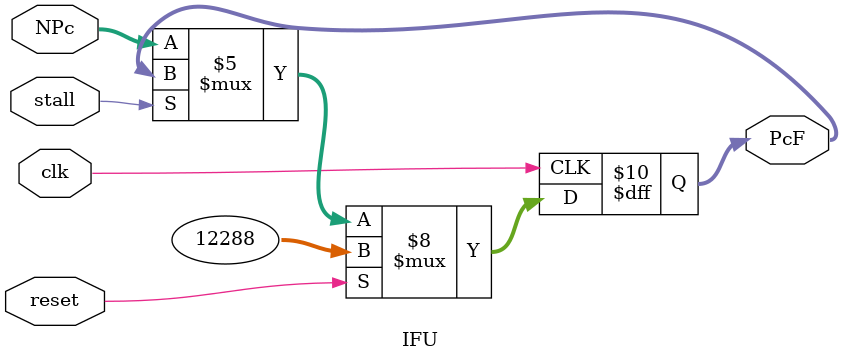
<source format=v>
`timescale 1ns / 1ps
module IFU(
    input clk,
    input reset,
	 input stall,
    input [31:0] NPc,
    output reg [31:0] PcF
    ); 
always@(posedge clk)
begin
  if(reset==1) begin PcF<= 32'h00003000;
  end
  else begin
  if(stall==0) PcF<=NPc;
  else PcF<=PcF;
  end
end
endmodule

</source>
